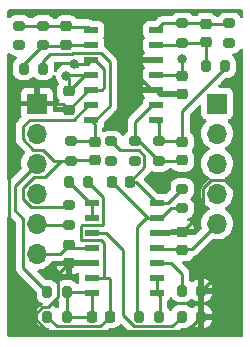
<source format=gtl>
G04 #@! TF.GenerationSoftware,KiCad,Pcbnew,7.0.9*
G04 #@! TF.CreationDate,2023-12-12T21:55:39+01:00*
G04 #@! TF.ProjectId,Leveller,4c657665-6c6c-4657-922e-6b696361645f,rev?*
G04 #@! TF.SameCoordinates,Original*
G04 #@! TF.FileFunction,Copper,L1,Top*
G04 #@! TF.FilePolarity,Positive*
%FSLAX46Y46*%
G04 Gerber Fmt 4.6, Leading zero omitted, Abs format (unit mm)*
G04 Created by KiCad (PCBNEW 7.0.9) date 2023-12-12 21:55:39*
%MOMM*%
%LPD*%
G01*
G04 APERTURE LIST*
G04 Aperture macros list*
%AMRoundRect*
0 Rectangle with rounded corners*
0 $1 Rounding radius*
0 $2 $3 $4 $5 $6 $7 $8 $9 X,Y pos of 4 corners*
0 Add a 4 corners polygon primitive as box body*
4,1,4,$2,$3,$4,$5,$6,$7,$8,$9,$2,$3,0*
0 Add four circle primitives for the rounded corners*
1,1,$1+$1,$2,$3*
1,1,$1+$1,$4,$5*
1,1,$1+$1,$6,$7*
1,1,$1+$1,$8,$9*
0 Add four rect primitives between the rounded corners*
20,1,$1+$1,$2,$3,$4,$5,0*
20,1,$1+$1,$4,$5,$6,$7,0*
20,1,$1+$1,$6,$7,$8,$9,0*
20,1,$1+$1,$8,$9,$2,$3,0*%
G04 Aperture macros list end*
G04 #@! TA.AperFunction,SMDPad,CuDef*
%ADD10R,1.198880X0.497840*%
G04 #@! TD*
G04 #@! TA.AperFunction,SMDPad,CuDef*
%ADD11RoundRect,0.225000X-0.250000X0.225000X-0.250000X-0.225000X0.250000X-0.225000X0.250000X0.225000X0*%
G04 #@! TD*
G04 #@! TA.AperFunction,SMDPad,CuDef*
%ADD12RoundRect,0.200000X0.200000X0.275000X-0.200000X0.275000X-0.200000X-0.275000X0.200000X-0.275000X0*%
G04 #@! TD*
G04 #@! TA.AperFunction,SMDPad,CuDef*
%ADD13RoundRect,0.200000X-0.200000X-0.275000X0.200000X-0.275000X0.200000X0.275000X-0.200000X0.275000X0*%
G04 #@! TD*
G04 #@! TA.AperFunction,SMDPad,CuDef*
%ADD14RoundRect,0.200000X0.275000X-0.200000X0.275000X0.200000X-0.275000X0.200000X-0.275000X-0.200000X0*%
G04 #@! TD*
G04 #@! TA.AperFunction,ComponentPad*
%ADD15R,1.700000X1.700000*%
G04 #@! TD*
G04 #@! TA.AperFunction,ComponentPad*
%ADD16O,1.700000X1.700000*%
G04 #@! TD*
G04 #@! TA.AperFunction,SMDPad,CuDef*
%ADD17RoundRect,0.200000X-0.275000X0.200000X-0.275000X-0.200000X0.275000X-0.200000X0.275000X0.200000X0*%
G04 #@! TD*
G04 #@! TA.AperFunction,SMDPad,CuDef*
%ADD18RoundRect,0.225000X0.225000X0.250000X-0.225000X0.250000X-0.225000X-0.250000X0.225000X-0.250000X0*%
G04 #@! TD*
G04 #@! TA.AperFunction,SMDPad,CuDef*
%ADD19RoundRect,0.225000X0.250000X-0.225000X0.250000X0.225000X-0.250000X0.225000X-0.250000X-0.225000X0*%
G04 #@! TD*
G04 #@! TA.AperFunction,SMDPad,CuDef*
%ADD20RoundRect,0.225000X-0.225000X-0.250000X0.225000X-0.250000X0.225000X0.250000X-0.225000X0.250000X0*%
G04 #@! TD*
G04 #@! TA.AperFunction,ViaPad*
%ADD21C,0.800000*%
G04 #@! TD*
G04 #@! TA.AperFunction,Conductor*
%ADD22C,0.250000*%
G04 #@! TD*
G04 #@! TA.AperFunction,Conductor*
%ADD23C,0.500000*%
G04 #@! TD*
G04 APERTURE END LIST*
D10*
X45221560Y-37070000D03*
X45221560Y-35800000D03*
X45221560Y-34530000D03*
X45221560Y-33260000D03*
X45221560Y-31990000D03*
X45221560Y-30720000D03*
X45221560Y-29450000D03*
X39725000Y-29450000D03*
X39725000Y-30720000D03*
X39725000Y-31990000D03*
X39725000Y-33260000D03*
X39725000Y-34530000D03*
X39725000Y-35800000D03*
X39725000Y-37070000D03*
D11*
X40025000Y-38925000D03*
X40025000Y-40475000D03*
D12*
X45450000Y-53700000D03*
X43800000Y-53700000D03*
D13*
X49400000Y-32500000D03*
X51050000Y-32500000D03*
D11*
X37625000Y-29125000D03*
X37625000Y-30675000D03*
D14*
X33625000Y-30725000D03*
X33625000Y-29075000D03*
D11*
X37825000Y-34625000D03*
X37825000Y-36175000D03*
X37825000Y-47625000D03*
X37825000Y-49175000D03*
D14*
X45425000Y-40525000D03*
X45425000Y-38875000D03*
X51425000Y-30525000D03*
X51425000Y-28875000D03*
D15*
X50380000Y-35660000D03*
D16*
X50380000Y-38200000D03*
X50380000Y-40740000D03*
X50380000Y-43280000D03*
X50380000Y-45820000D03*
D17*
X47425000Y-28875000D03*
X47425000Y-30525000D03*
D12*
X37650000Y-51600000D03*
X36000000Y-51600000D03*
D13*
X37800000Y-42300000D03*
X39450000Y-42300000D03*
D18*
X41300000Y-53700000D03*
X39750000Y-53700000D03*
D19*
X47425000Y-40475000D03*
X47425000Y-38925000D03*
D20*
X41450000Y-42300000D03*
X43000000Y-42300000D03*
D17*
X41425000Y-38875000D03*
X41425000Y-40525000D03*
X35625000Y-29075000D03*
X35625000Y-30725000D03*
D13*
X47400000Y-51500000D03*
X49050000Y-51500000D03*
X47400000Y-53700000D03*
X49050000Y-53700000D03*
D11*
X49425000Y-28925000D03*
X49425000Y-30475000D03*
D15*
X35140000Y-35660000D03*
D16*
X35140000Y-38200000D03*
X35140000Y-40740000D03*
X35140000Y-43280000D03*
X35140000Y-45820000D03*
X35140000Y-48360000D03*
D19*
X47425000Y-34875000D03*
X47425000Y-33325000D03*
D13*
X36000000Y-53700000D03*
X37650000Y-53700000D03*
D17*
X38025000Y-38875000D03*
X38025000Y-40525000D03*
D14*
X47425000Y-44525000D03*
X47425000Y-42875000D03*
D13*
X34000000Y-32700000D03*
X35650000Y-32700000D03*
D17*
X43425000Y-38875000D03*
X43425000Y-40525000D03*
D10*
X45273280Y-51710000D03*
X45273280Y-50440000D03*
X45273280Y-49170000D03*
X45273280Y-47900000D03*
X45273280Y-46630000D03*
X45273280Y-45360000D03*
X45273280Y-44090000D03*
X39776720Y-44090000D03*
X39776720Y-45360000D03*
X39776720Y-46630000D03*
X39776720Y-47900000D03*
X39776720Y-49170000D03*
X39776720Y-50440000D03*
X39776720Y-51710000D03*
D11*
X47425000Y-46525000D03*
X47425000Y-48075000D03*
D17*
X37825000Y-44275000D03*
X37825000Y-45925000D03*
D21*
X38225000Y-32300000D03*
X42425000Y-30100000D03*
X50225000Y-50300000D03*
X47425000Y-31900000D03*
X37625000Y-33300000D03*
D22*
X40075520Y-31990000D02*
X40825000Y-32739480D01*
X42500000Y-32158960D02*
X44871040Y-34530000D01*
X49205000Y-44745000D02*
X49205000Y-42793299D01*
X49050000Y-51500000D02*
X49050000Y-53700000D01*
X52005000Y-48545000D02*
X50250000Y-50300000D01*
X40825000Y-34300000D02*
X40595000Y-34530000D01*
X37825000Y-49175000D02*
X36925000Y-50075000D01*
X35025000Y-53948004D02*
X36026996Y-54950000D01*
X50225000Y-50325000D02*
X49050000Y-51500000D01*
X42425000Y-30100000D02*
X42382974Y-30057974D01*
X37825000Y-49175000D02*
X39771720Y-49175000D01*
X40595000Y-34530000D02*
X39725000Y-34530000D01*
X44871040Y-31990000D02*
X42500000Y-31990000D01*
X40825000Y-32739480D02*
X40825000Y-34300000D01*
X50250000Y-50300000D02*
X50225000Y-50300000D01*
X32950000Y-35650000D02*
X35130000Y-35650000D01*
X39415000Y-32300000D02*
X39725000Y-31990000D01*
X38225000Y-32300000D02*
X39415000Y-32300000D01*
X32775000Y-51201996D02*
X32775000Y-35825000D01*
X35025000Y-53451996D02*
X32775000Y-51201996D01*
X35576996Y-52900000D02*
X35025000Y-53451996D01*
X52005000Y-43080000D02*
X52005000Y-48545000D01*
X49205000Y-42793299D02*
X49893299Y-42105000D01*
X49893299Y-42105000D02*
X51030000Y-42105000D01*
X38225000Y-32300000D02*
X38425000Y-32100000D01*
D23*
X47425000Y-34875000D02*
X45566560Y-34875000D01*
D22*
X36925000Y-50075000D02*
X36925000Y-52000000D01*
X47800000Y-54950000D02*
X49050000Y-53700000D01*
X51030000Y-42105000D02*
X52005000Y-43080000D01*
X35140000Y-35660000D02*
X37310000Y-35660000D01*
X50225000Y-50300000D02*
X50225000Y-50325000D01*
X36026996Y-54950000D02*
X47800000Y-54950000D01*
X32775000Y-35825000D02*
X32950000Y-35650000D01*
X42425000Y-31915000D02*
X42425000Y-30100000D01*
X36925000Y-52000000D02*
X36025000Y-52900000D01*
X36025000Y-52900000D02*
X35576996Y-52900000D01*
X42500000Y-31990000D02*
X42500000Y-32158960D01*
X47425000Y-46525000D02*
X49205000Y-44745000D01*
X45273280Y-46630000D02*
X47320000Y-46630000D01*
X37825000Y-36175000D02*
X39470000Y-34530000D01*
X45566560Y-34875000D02*
X45221560Y-34530000D01*
X35025000Y-53451996D02*
X35025000Y-53948004D01*
X42500000Y-31990000D02*
X42425000Y-31915000D01*
X37310000Y-35660000D02*
X37825000Y-36175000D01*
X47525000Y-47975000D02*
X48225000Y-47975000D01*
X47525000Y-47975000D02*
X45348280Y-47975000D01*
X48225000Y-47975000D02*
X50380000Y-45820000D01*
X45221560Y-33260000D02*
X47360000Y-33260000D01*
X47425000Y-33325000D02*
X47425000Y-31900000D01*
X37825000Y-34625000D02*
X37825000Y-33500000D01*
X37665000Y-33260000D02*
X39725000Y-33260000D01*
X35140000Y-48360000D02*
X37090000Y-48360000D01*
X37825000Y-34625000D02*
X39190000Y-33260000D01*
X37090000Y-48360000D02*
X37825000Y-47625000D01*
X37625000Y-33300000D02*
X37665000Y-33260000D01*
X37825000Y-33500000D02*
X37625000Y-33300000D01*
X39190000Y-33260000D02*
X39725000Y-33260000D01*
X38100000Y-47900000D02*
X39776720Y-47900000D01*
X46458800Y-44525000D02*
X47425000Y-44525000D01*
X44365000Y-45360000D02*
X44922760Y-45360000D01*
X43625000Y-46100000D02*
X44365000Y-45360000D01*
X43625000Y-53150000D02*
X43625000Y-46100000D01*
X44510000Y-45360000D02*
X45273280Y-45360000D01*
X41450000Y-42300000D02*
X44510000Y-45360000D01*
X45623800Y-45360000D02*
X46458800Y-44525000D01*
X43000000Y-42300000D02*
X43483280Y-42300000D01*
X45273280Y-44090000D02*
X46210000Y-44090000D01*
X44225000Y-40100000D02*
X43725000Y-39600000D01*
X42150000Y-39600000D02*
X41425000Y-38875000D01*
X44225000Y-41075000D02*
X44225000Y-40100000D01*
X46210000Y-44090000D02*
X47425000Y-42875000D01*
X43000000Y-42300000D02*
X44225000Y-41075000D01*
X43725000Y-39600000D02*
X42150000Y-39600000D01*
X43483280Y-42300000D02*
X45273280Y-44090000D01*
X36800000Y-54500000D02*
X40500000Y-54500000D01*
X40500000Y-54500000D02*
X41300000Y-53700000D01*
X38852280Y-46056080D02*
X38852280Y-47203920D01*
X38974440Y-45933920D02*
X38852280Y-46056080D01*
X40701160Y-43551160D02*
X40701160Y-45933920D01*
X40825000Y-47449920D02*
X40825000Y-50440000D01*
X41265000Y-50440000D02*
X41325000Y-50500000D01*
X38852280Y-47203920D02*
X40579000Y-47203920D01*
X36000000Y-53700000D02*
X36800000Y-54500000D01*
X40701160Y-45933920D02*
X38974440Y-45933920D01*
X40825000Y-50440000D02*
X41265000Y-50440000D01*
X39450000Y-42300000D02*
X40701160Y-43551160D01*
X39776720Y-50440000D02*
X40825000Y-50440000D01*
X41325000Y-50500000D02*
X41325000Y-53675000D01*
X40579000Y-47203920D02*
X40825000Y-47449920D01*
X37650000Y-53700000D02*
X39750000Y-53700000D01*
X37650000Y-53700000D02*
X37650000Y-51600000D01*
X39750000Y-53700000D02*
X39750000Y-51736720D01*
X37650000Y-51600000D02*
X39666720Y-51600000D01*
X39776720Y-53173280D02*
X39776720Y-51710000D01*
X39775000Y-53175000D02*
X39776720Y-53173280D01*
X45273280Y-50440000D02*
X45273280Y-51710000D01*
X45525000Y-53400000D02*
X45525000Y-51961720D01*
X45525000Y-51961720D02*
X45273280Y-51710000D01*
X39590000Y-44090000D02*
X37800000Y-42300000D01*
X39776720Y-44090000D02*
X39776720Y-45360000D01*
X45425000Y-40525000D02*
X47375000Y-40525000D01*
X43425000Y-38875000D02*
X43425000Y-37246040D01*
X43425000Y-37246040D02*
X44871040Y-35800000D01*
X43775000Y-38875000D02*
X45425000Y-40525000D01*
X47425000Y-38925000D02*
X47425000Y-36285000D01*
X45425000Y-37273440D02*
X45221560Y-37070000D01*
X45425000Y-38875000D02*
X45425000Y-37273440D01*
X47425000Y-36285000D02*
X51050000Y-32660000D01*
X45425000Y-38875000D02*
X47375000Y-38875000D01*
X45221560Y-29450000D02*
X45796560Y-28875000D01*
X47425000Y-28875000D02*
X49375000Y-28875000D01*
X49425000Y-28925000D02*
X51375000Y-28925000D01*
X45796560Y-28875000D02*
X47425000Y-28875000D01*
X47425000Y-30525000D02*
X49375000Y-30525000D01*
X45221560Y-30720000D02*
X47230000Y-30720000D01*
X49400000Y-32500000D02*
X49400000Y-30500000D01*
X35625000Y-29120000D02*
X37575000Y-29120000D01*
X39445000Y-29170000D02*
X39725000Y-29450000D01*
X37625000Y-29170000D02*
X39445000Y-29170000D01*
X33625000Y-29075000D02*
X35625000Y-29075000D01*
X34000000Y-32350000D02*
X35625000Y-30725000D01*
X37625000Y-30720000D02*
X39725000Y-30720000D01*
X35625000Y-30770000D02*
X37575000Y-30770000D01*
X41275000Y-32150000D02*
X41275000Y-35850000D01*
X38059052Y-31500000D02*
X38142972Y-31416080D01*
X41275000Y-35850000D02*
X40055000Y-37070000D01*
X36225000Y-31500000D02*
X38059052Y-31500000D01*
X35650000Y-32700000D02*
X35650000Y-32075000D01*
X38025000Y-38875000D02*
X39975000Y-38875000D01*
X35650000Y-32075000D02*
X36225000Y-31500000D01*
X38142972Y-31416080D02*
X40541080Y-31416080D01*
X40025000Y-37370000D02*
X39725000Y-37070000D01*
X40025000Y-38925000D02*
X40025000Y-37370000D01*
X40541080Y-31416080D02*
X41275000Y-32150000D01*
X34825000Y-39565000D02*
X35626701Y-39565000D01*
X33965000Y-42793299D02*
X34843299Y-41915000D01*
X40025000Y-40475000D02*
X38075000Y-40475000D01*
X34653299Y-44455000D02*
X33965000Y-43766701D01*
X38234052Y-37025000D02*
X34500000Y-37025000D01*
X36586701Y-40525000D02*
X38025000Y-40525000D01*
X35810000Y-41915000D02*
X37200000Y-40525000D01*
X33965000Y-38705000D02*
X34825000Y-39565000D01*
X33965000Y-37560000D02*
X33965000Y-38705000D01*
X34500000Y-37025000D02*
X33965000Y-37560000D01*
X37645000Y-44455000D02*
X34653299Y-44455000D01*
X35626701Y-39565000D02*
X36586701Y-40525000D01*
X33965000Y-43766701D02*
X33965000Y-42793299D01*
X37200000Y-40525000D02*
X38025000Y-40525000D01*
X39374480Y-35884572D02*
X38234052Y-37025000D01*
X34843299Y-41915000D02*
X35810000Y-41915000D01*
X47400000Y-51500000D02*
X47400000Y-50075000D01*
X46495000Y-49170000D02*
X45273280Y-49170000D01*
X47400000Y-50075000D02*
X46495000Y-49170000D01*
X47400000Y-53700000D02*
X46600000Y-54500000D01*
X42425000Y-53550000D02*
X42425000Y-48100000D01*
X43375000Y-54500000D02*
X42425000Y-53550000D01*
X46600000Y-54500000D02*
X43375000Y-54500000D01*
X40955000Y-46630000D02*
X40127240Y-46630000D01*
X42425000Y-48100000D02*
X40955000Y-46630000D01*
X33225000Y-44700000D02*
X33225000Y-42655000D01*
X33965000Y-49565000D02*
X33965000Y-45440000D01*
X33965000Y-45440000D02*
X33225000Y-44700000D01*
X36000000Y-51600000D02*
X33965000Y-49565000D01*
X33225000Y-42655000D02*
X35140000Y-40740000D01*
X37825000Y-45925000D02*
X35245000Y-45925000D01*
G04 #@! TA.AperFunction,Conductor*
G36*
X52504099Y-31022706D02*
G01*
X52543473Y-31080425D01*
X52549500Y-31118613D01*
X52549500Y-55325500D01*
X52529815Y-55392539D01*
X52477011Y-55438294D01*
X52425500Y-55449500D01*
X32749000Y-55449500D01*
X32681961Y-55429815D01*
X32636206Y-55377011D01*
X32625000Y-55325500D01*
X32625000Y-45283952D01*
X32644685Y-45216913D01*
X32697489Y-45171158D01*
X32766647Y-45161214D01*
X32830203Y-45190239D01*
X32836681Y-45196271D01*
X33303181Y-45662771D01*
X33336666Y-45724094D01*
X33339500Y-45750452D01*
X33339500Y-49482255D01*
X33337775Y-49497872D01*
X33338061Y-49497899D01*
X33337326Y-49505665D01*
X33339500Y-49574814D01*
X33339500Y-49604343D01*
X33339501Y-49604360D01*
X33340368Y-49611231D01*
X33340826Y-49617050D01*
X33342290Y-49663624D01*
X33342291Y-49663627D01*
X33347880Y-49682867D01*
X33351824Y-49701911D01*
X33354336Y-49721792D01*
X33357066Y-49728687D01*
X33371490Y-49765119D01*
X33373382Y-49770647D01*
X33385970Y-49813974D01*
X33386382Y-49815390D01*
X33391834Y-49824610D01*
X33396580Y-49832634D01*
X33405138Y-49850103D01*
X33412514Y-49868732D01*
X33439898Y-49906423D01*
X33443106Y-49911307D01*
X33466827Y-49951416D01*
X33466833Y-49951424D01*
X33480990Y-49965580D01*
X33493628Y-49980376D01*
X33505405Y-49996586D01*
X33505406Y-49996587D01*
X33541309Y-50026288D01*
X33545620Y-50030210D01*
X34305220Y-50789810D01*
X35063181Y-51547771D01*
X35096666Y-51609094D01*
X35099500Y-51635452D01*
X35099500Y-51931613D01*
X35105913Y-52002192D01*
X35105913Y-52002194D01*
X35105914Y-52002196D01*
X35156522Y-52164606D01*
X35238272Y-52299837D01*
X35244530Y-52310188D01*
X35364811Y-52430469D01*
X35364813Y-52430470D01*
X35364815Y-52430472D01*
X35510394Y-52518478D01*
X35510397Y-52518479D01*
X35510396Y-52518479D01*
X35552551Y-52531615D01*
X35610699Y-52570352D01*
X35638673Y-52634377D01*
X35627591Y-52703363D01*
X35580973Y-52755406D01*
X35552551Y-52768385D01*
X35510397Y-52781520D01*
X35364811Y-52869530D01*
X35244530Y-52989811D01*
X35156522Y-53135393D01*
X35105913Y-53297807D01*
X35099500Y-53368386D01*
X35099500Y-54031613D01*
X35105913Y-54102192D01*
X35105913Y-54102194D01*
X35105914Y-54102196D01*
X35156522Y-54264606D01*
X35238058Y-54399483D01*
X35244530Y-54410188D01*
X35364811Y-54530469D01*
X35364813Y-54530470D01*
X35364815Y-54530472D01*
X35510394Y-54618478D01*
X35672804Y-54669086D01*
X35743384Y-54675500D01*
X36039547Y-54675500D01*
X36106586Y-54695185D01*
X36127228Y-54711819D01*
X36299197Y-54883788D01*
X36309022Y-54896051D01*
X36309243Y-54895869D01*
X36314214Y-54901878D01*
X36335043Y-54921437D01*
X36364635Y-54949226D01*
X36385529Y-54970120D01*
X36391011Y-54974373D01*
X36395443Y-54978157D01*
X36429418Y-55010062D01*
X36446976Y-55019714D01*
X36463233Y-55030393D01*
X36479064Y-55042673D01*
X36498737Y-55051186D01*
X36521833Y-55061182D01*
X36527077Y-55063750D01*
X36567908Y-55086197D01*
X36580523Y-55089435D01*
X36587305Y-55091177D01*
X36605719Y-55097481D01*
X36624104Y-55105438D01*
X36670157Y-55112732D01*
X36675826Y-55113906D01*
X36720981Y-55125500D01*
X36741016Y-55125500D01*
X36760413Y-55127026D01*
X36780196Y-55130160D01*
X36826584Y-55125775D01*
X36832422Y-55125500D01*
X40417257Y-55125500D01*
X40432877Y-55127224D01*
X40432904Y-55126939D01*
X40440660Y-55127671D01*
X40440667Y-55127673D01*
X40509814Y-55125500D01*
X40539350Y-55125500D01*
X40546228Y-55124630D01*
X40552041Y-55124172D01*
X40598627Y-55122709D01*
X40617869Y-55117117D01*
X40636912Y-55113174D01*
X40656792Y-55110664D01*
X40700122Y-55093507D01*
X40705646Y-55091617D01*
X40709396Y-55090527D01*
X40750390Y-55078618D01*
X40767629Y-55068422D01*
X40785103Y-55059862D01*
X40803727Y-55052488D01*
X40803727Y-55052487D01*
X40803732Y-55052486D01*
X40841449Y-55025082D01*
X40846305Y-55021892D01*
X40886420Y-54998170D01*
X40900589Y-54983999D01*
X40915379Y-54971368D01*
X40931587Y-54959594D01*
X40961299Y-54923676D01*
X40965212Y-54919376D01*
X41172771Y-54711818D01*
X41234094Y-54678333D01*
X41260452Y-54675499D01*
X41573338Y-54675499D01*
X41573344Y-54675499D01*
X41573352Y-54675498D01*
X41573355Y-54675498D01*
X41640980Y-54668590D01*
X41672708Y-54665349D01*
X41833697Y-54612003D01*
X41978044Y-54522968D01*
X42097968Y-54403044D01*
X42128368Y-54353758D01*
X42180314Y-54307036D01*
X42249277Y-54295813D01*
X42313359Y-54323657D01*
X42321586Y-54331176D01*
X42874197Y-54883788D01*
X42884022Y-54896051D01*
X42884243Y-54895869D01*
X42889214Y-54901878D01*
X42910043Y-54921437D01*
X42939635Y-54949226D01*
X42960529Y-54970120D01*
X42966011Y-54974373D01*
X42970443Y-54978157D01*
X43004418Y-55010062D01*
X43021976Y-55019714D01*
X43038233Y-55030393D01*
X43054064Y-55042673D01*
X43073737Y-55051186D01*
X43096833Y-55061182D01*
X43102077Y-55063750D01*
X43142908Y-55086197D01*
X43155523Y-55089435D01*
X43162305Y-55091177D01*
X43180719Y-55097481D01*
X43199104Y-55105438D01*
X43245157Y-55112732D01*
X43250826Y-55113906D01*
X43295981Y-55125500D01*
X43316016Y-55125500D01*
X43335413Y-55127026D01*
X43355196Y-55130160D01*
X43401584Y-55125775D01*
X43407422Y-55125500D01*
X46517257Y-55125500D01*
X46532877Y-55127224D01*
X46532904Y-55126939D01*
X46540660Y-55127671D01*
X46540667Y-55127673D01*
X46609814Y-55125500D01*
X46639350Y-55125500D01*
X46646228Y-55124630D01*
X46652041Y-55124172D01*
X46698627Y-55122709D01*
X46717869Y-55117117D01*
X46736912Y-55113174D01*
X46756792Y-55110664D01*
X46800122Y-55093507D01*
X46805646Y-55091617D01*
X46809396Y-55090527D01*
X46850390Y-55078618D01*
X46867629Y-55068422D01*
X46885103Y-55059862D01*
X46903727Y-55052488D01*
X46903727Y-55052487D01*
X46903732Y-55052486D01*
X46941449Y-55025082D01*
X46946305Y-55021892D01*
X46986420Y-54998170D01*
X47000589Y-54983999D01*
X47015379Y-54971368D01*
X47031587Y-54959594D01*
X47061299Y-54923676D01*
X47065212Y-54919376D01*
X47272772Y-54711816D01*
X47334094Y-54678334D01*
X47360452Y-54675500D01*
X47656613Y-54675500D01*
X47656616Y-54675500D01*
X47727196Y-54669086D01*
X47889606Y-54618478D01*
X48035185Y-54530472D01*
X48137673Y-54427983D01*
X48198994Y-54394499D01*
X48268685Y-54399483D01*
X48313034Y-54427984D01*
X48415122Y-54530072D01*
X48560604Y-54618019D01*
X48560603Y-54618019D01*
X48722894Y-54668590D01*
X48722893Y-54668590D01*
X48793408Y-54674998D01*
X48793426Y-54674999D01*
X48799999Y-54674998D01*
X48800000Y-54674998D01*
X48800000Y-53950000D01*
X49300000Y-53950000D01*
X49300000Y-54674999D01*
X49306581Y-54674999D01*
X49377102Y-54668591D01*
X49377107Y-54668590D01*
X49539396Y-54618018D01*
X49684877Y-54530072D01*
X49805072Y-54409877D01*
X49893019Y-54264395D01*
X49943590Y-54102106D01*
X49950000Y-54031572D01*
X49950000Y-53950000D01*
X49300000Y-53950000D01*
X48800000Y-53950000D01*
X48800000Y-52725000D01*
X49300000Y-52725000D01*
X49300000Y-53450000D01*
X49949999Y-53450000D01*
X49949999Y-53368417D01*
X49943591Y-53297897D01*
X49943590Y-53297892D01*
X49893018Y-53135603D01*
X49805072Y-52990122D01*
X49684877Y-52869927D01*
X49539395Y-52781980D01*
X49539396Y-52781980D01*
X49377105Y-52731409D01*
X49377106Y-52731409D01*
X49306572Y-52725000D01*
X49300000Y-52725000D01*
X48800000Y-52725000D01*
X48799999Y-52724999D01*
X48793436Y-52725000D01*
X48793417Y-52725001D01*
X48722897Y-52731408D01*
X48722892Y-52731409D01*
X48560603Y-52781981D01*
X48415122Y-52869927D01*
X48415121Y-52869928D01*
X48313035Y-52972015D01*
X48251712Y-53005500D01*
X48182020Y-53000516D01*
X48137673Y-52972015D01*
X48035188Y-52869530D01*
X48025499Y-52863673D01*
X47889606Y-52781522D01*
X47727196Y-52730914D01*
X47727194Y-52730913D01*
X47727192Y-52730913D01*
X47677778Y-52726423D01*
X47656616Y-52724500D01*
X47143384Y-52724500D01*
X47124145Y-52726248D01*
X47072807Y-52730913D01*
X46910393Y-52781522D01*
X46764811Y-52869530D01*
X46644530Y-52989811D01*
X46556520Y-53135397D01*
X46543385Y-53177551D01*
X46504648Y-53235699D01*
X46440623Y-53263673D01*
X46371637Y-53252591D01*
X46319594Y-53205973D01*
X46306615Y-53177551D01*
X46293479Y-53135397D01*
X46293478Y-53135396D01*
X46293478Y-53135394D01*
X46205472Y-52989815D01*
X46205470Y-52989813D01*
X46205469Y-52989811D01*
X46186819Y-52971161D01*
X46153334Y-52909838D01*
X46150500Y-52883480D01*
X46150500Y-52438247D01*
X46170185Y-52371208D01*
X46200188Y-52338981D01*
X46230266Y-52316466D01*
X46316516Y-52201251D01*
X46317176Y-52199483D01*
X46349989Y-52111504D01*
X46391859Y-52055570D01*
X46457323Y-52031152D01*
X46525596Y-52046003D01*
X46572287Y-52090685D01*
X46638058Y-52199483D01*
X46644530Y-52210188D01*
X46764811Y-52330469D01*
X46764813Y-52330470D01*
X46764815Y-52330472D01*
X46910394Y-52418478D01*
X47072804Y-52469086D01*
X47143384Y-52475500D01*
X47143387Y-52475500D01*
X47656613Y-52475500D01*
X47656616Y-52475500D01*
X47727196Y-52469086D01*
X47889606Y-52418478D01*
X48035185Y-52330472D01*
X48137673Y-52227983D01*
X48198994Y-52194499D01*
X48268685Y-52199483D01*
X48313034Y-52227984D01*
X48415122Y-52330072D01*
X48560604Y-52418019D01*
X48560603Y-52418019D01*
X48722894Y-52468590D01*
X48722893Y-52468590D01*
X48793408Y-52474998D01*
X48793426Y-52474999D01*
X48799999Y-52474998D01*
X48800000Y-52474998D01*
X48800000Y-51750000D01*
X49300000Y-51750000D01*
X49300000Y-52474999D01*
X49306581Y-52474999D01*
X49377102Y-52468591D01*
X49377107Y-52468590D01*
X49539396Y-52418018D01*
X49684877Y-52330072D01*
X49805072Y-52209877D01*
X49893019Y-52064395D01*
X49943590Y-51902106D01*
X49950000Y-51831572D01*
X49950000Y-51750000D01*
X49300000Y-51750000D01*
X48800000Y-51750000D01*
X48800000Y-50525000D01*
X49300000Y-50525000D01*
X49300000Y-51250000D01*
X49949999Y-51250000D01*
X49949999Y-51168417D01*
X49943591Y-51097897D01*
X49943590Y-51097892D01*
X49893018Y-50935603D01*
X49805072Y-50790122D01*
X49684877Y-50669927D01*
X49539395Y-50581980D01*
X49539396Y-50581980D01*
X49377105Y-50531409D01*
X49377106Y-50531409D01*
X49306572Y-50525000D01*
X49300000Y-50525000D01*
X48800000Y-50525000D01*
X48799999Y-50524999D01*
X48793436Y-50525000D01*
X48793417Y-50525001D01*
X48722897Y-50531408D01*
X48722892Y-50531409D01*
X48560603Y-50581981D01*
X48415122Y-50669927D01*
X48415121Y-50669928D01*
X48313035Y-50772015D01*
X48251712Y-50805500D01*
X48182020Y-50800516D01*
X48137673Y-50772015D01*
X48061819Y-50696161D01*
X48028334Y-50634838D01*
X48025500Y-50608480D01*
X48025500Y-50157737D01*
X48027224Y-50142123D01*
X48026938Y-50142096D01*
X48027672Y-50134333D01*
X48025500Y-50065203D01*
X48025500Y-50035651D01*
X48025500Y-50035650D01*
X48024629Y-50028759D01*
X48024172Y-50022945D01*
X48022709Y-49976372D01*
X48017122Y-49957144D01*
X48013174Y-49938084D01*
X48012145Y-49929938D01*
X48010664Y-49918208D01*
X47993507Y-49874875D01*
X47991619Y-49869359D01*
X47978619Y-49824612D01*
X47968418Y-49807363D01*
X47959860Y-49789894D01*
X47952486Y-49771268D01*
X47952483Y-49771264D01*
X47952483Y-49771263D01*
X47925098Y-49733571D01*
X47921890Y-49728687D01*
X47898172Y-49688582D01*
X47898163Y-49688571D01*
X47884005Y-49674413D01*
X47871370Y-49659620D01*
X47859593Y-49643412D01*
X47823693Y-49613713D01*
X47819381Y-49609790D01*
X47446771Y-49237180D01*
X47413286Y-49175857D01*
X47418270Y-49106165D01*
X47460142Y-49050232D01*
X47525606Y-49025815D01*
X47534452Y-49025499D01*
X47723338Y-49025499D01*
X47723344Y-49025499D01*
X47723352Y-49025498D01*
X47723355Y-49025498D01*
X47777760Y-49019940D01*
X47822708Y-49015349D01*
X47983697Y-48962003D01*
X48128044Y-48872968D01*
X48247968Y-48753044D01*
X48319716Y-48636724D01*
X48371664Y-48589999D01*
X48379606Y-48586529D01*
X48381790Y-48585664D01*
X48381792Y-48585664D01*
X48425117Y-48568510D01*
X48430647Y-48566617D01*
X48445581Y-48562278D01*
X48475390Y-48553618D01*
X48492629Y-48543422D01*
X48510103Y-48534862D01*
X48528727Y-48527488D01*
X48528727Y-48527487D01*
X48528732Y-48527486D01*
X48566449Y-48500082D01*
X48571305Y-48496892D01*
X48611420Y-48473170D01*
X48625589Y-48458999D01*
X48640379Y-48446368D01*
X48656587Y-48434594D01*
X48686299Y-48398676D01*
X48690212Y-48394376D01*
X49924353Y-47160235D01*
X49985674Y-47126752D01*
X50044125Y-47128143D01*
X50068414Y-47134651D01*
X50144592Y-47155063D01*
X50332918Y-47171539D01*
X50379999Y-47175659D01*
X50380000Y-47175659D01*
X50380001Y-47175659D01*
X50419234Y-47172226D01*
X50615408Y-47155063D01*
X50843663Y-47093903D01*
X51057830Y-46994035D01*
X51251401Y-46858495D01*
X51418495Y-46691401D01*
X51554035Y-46497830D01*
X51653903Y-46283663D01*
X51715063Y-46055408D01*
X51735659Y-45820000D01*
X51715063Y-45584592D01*
X51653903Y-45356337D01*
X51554035Y-45142171D01*
X51485153Y-45043796D01*
X51418494Y-44948597D01*
X51251402Y-44781506D01*
X51251396Y-44781501D01*
X51065842Y-44651575D01*
X51022217Y-44596998D01*
X51015023Y-44527500D01*
X51046546Y-44465145D01*
X51065842Y-44448425D01*
X51088026Y-44432891D01*
X51251401Y-44318495D01*
X51418495Y-44151401D01*
X51554035Y-43957830D01*
X51653903Y-43743663D01*
X51715063Y-43515408D01*
X51735659Y-43280000D01*
X51715063Y-43044592D01*
X51653903Y-42816337D01*
X51554035Y-42602171D01*
X51428515Y-42422908D01*
X51418494Y-42408597D01*
X51251402Y-42241506D01*
X51251396Y-42241501D01*
X51065842Y-42111575D01*
X51022217Y-42056998D01*
X51015023Y-41987500D01*
X51046546Y-41925145D01*
X51065842Y-41908425D01*
X51112548Y-41875721D01*
X51251401Y-41778495D01*
X51418495Y-41611401D01*
X51554035Y-41417830D01*
X51653903Y-41203663D01*
X51715063Y-40975408D01*
X51735659Y-40740000D01*
X51715063Y-40504592D01*
X51653903Y-40276337D01*
X51554035Y-40062171D01*
X51469397Y-39941294D01*
X51418494Y-39868597D01*
X51251402Y-39701506D01*
X51251396Y-39701501D01*
X51065842Y-39571575D01*
X51022217Y-39516998D01*
X51015023Y-39447500D01*
X51046546Y-39385145D01*
X51065842Y-39368425D01*
X51088026Y-39352891D01*
X51251401Y-39238495D01*
X51418495Y-39071401D01*
X51554035Y-38877830D01*
X51653903Y-38663663D01*
X51715063Y-38435408D01*
X51735659Y-38200000D01*
X51715063Y-37964592D01*
X51653903Y-37736337D01*
X51554035Y-37522171D01*
X51552805Y-37520415D01*
X51418496Y-37328600D01*
X51362519Y-37272623D01*
X51296567Y-37206671D01*
X51263084Y-37145351D01*
X51268068Y-37075659D01*
X51309939Y-37019725D01*
X51340915Y-37002810D01*
X51472331Y-36953796D01*
X51587546Y-36867546D01*
X51673796Y-36752331D01*
X51724091Y-36617483D01*
X51730500Y-36557873D01*
X51730499Y-34762128D01*
X51724091Y-34702517D01*
X51706338Y-34654920D01*
X51673797Y-34567671D01*
X51673793Y-34567664D01*
X51587547Y-34452455D01*
X51587544Y-34452452D01*
X51472335Y-34366206D01*
X51472328Y-34366202D01*
X51337482Y-34315908D01*
X51337483Y-34315908D01*
X51277883Y-34309501D01*
X51277881Y-34309500D01*
X51277873Y-34309500D01*
X51277865Y-34309500D01*
X50584452Y-34309500D01*
X50517413Y-34289815D01*
X50471658Y-34237011D01*
X50461714Y-34167853D01*
X50490739Y-34104297D01*
X50496771Y-34097819D01*
X50703806Y-33890785D01*
X51082772Y-33511819D01*
X51144095Y-33478334D01*
X51170453Y-33475500D01*
X51306613Y-33475500D01*
X51306616Y-33475500D01*
X51377196Y-33469086D01*
X51539606Y-33418478D01*
X51685185Y-33330472D01*
X51805472Y-33210185D01*
X51893478Y-33064606D01*
X51944086Y-32902196D01*
X51950500Y-32831616D01*
X51950500Y-32168384D01*
X51944086Y-32097804D01*
X51893478Y-31935394D01*
X51805472Y-31789815D01*
X51805470Y-31789813D01*
X51805469Y-31789811D01*
X51685189Y-31669531D01*
X51685185Y-31669528D01*
X51662172Y-31655616D01*
X51614985Y-31604088D01*
X51603147Y-31535229D01*
X51630416Y-31470900D01*
X51688135Y-31431527D01*
X51726323Y-31425500D01*
X51756613Y-31425500D01*
X51756616Y-31425500D01*
X51827196Y-31419086D01*
X51989606Y-31368478D01*
X52135185Y-31280472D01*
X52255472Y-31160185D01*
X52319384Y-31054462D01*
X52370911Y-31007275D01*
X52439771Y-30995437D01*
X52504099Y-31022706D01*
G37*
G04 #@! TD.AperFunction*
G04 #@! TA.AperFunction,Conductor*
G36*
X36868333Y-52299837D02*
G01*
X36912681Y-52328338D01*
X36988181Y-52403838D01*
X37021666Y-52465161D01*
X37024500Y-52491519D01*
X37024500Y-52808480D01*
X37004815Y-52875519D01*
X36988181Y-52896161D01*
X36912681Y-52971661D01*
X36851358Y-53005146D01*
X36781666Y-53000162D01*
X36737319Y-52971661D01*
X36635188Y-52869530D01*
X36628575Y-52865532D01*
X36489606Y-52781522D01*
X36447447Y-52768385D01*
X36389300Y-52729648D01*
X36361326Y-52665623D01*
X36372407Y-52596638D01*
X36419026Y-52544595D01*
X36447446Y-52531615D01*
X36489606Y-52518478D01*
X36635185Y-52430472D01*
X36737320Y-52328336D01*
X36798641Y-52294853D01*
X36868333Y-52299837D01*
G37*
G04 #@! TD.AperFunction*
G04 #@! TA.AperFunction,Conductor*
G36*
X39968679Y-48940765D02*
G01*
X40014434Y-48993569D01*
X40025640Y-49045080D01*
X40025640Y-49294920D01*
X40005955Y-49361959D01*
X39953151Y-49407714D01*
X39901640Y-49418920D01*
X38814861Y-49418920D01*
X38808916Y-49422166D01*
X38782558Y-49425000D01*
X38075000Y-49425000D01*
X38075000Y-50124999D01*
X38123308Y-50124999D01*
X38123322Y-50124998D01*
X38222607Y-50114855D01*
X38383481Y-50061547D01*
X38383488Y-50061544D01*
X38491568Y-49994879D01*
X38558961Y-49976438D01*
X38625624Y-49997360D01*
X38670394Y-50051002D01*
X38679955Y-50113669D01*
X38676780Y-50143207D01*
X38676780Y-50143212D01*
X38676780Y-50143213D01*
X38676780Y-50736790D01*
X38676781Y-50736796D01*
X38683189Y-50796404D01*
X38687204Y-50807170D01*
X38692186Y-50876862D01*
X38658700Y-50938184D01*
X38597376Y-50971667D01*
X38571021Y-50974500D01*
X38526602Y-50974500D01*
X38459563Y-50954815D01*
X38420486Y-50914651D01*
X38405471Y-50889814D01*
X38405468Y-50889810D01*
X38285188Y-50769530D01*
X38231046Y-50736800D01*
X38139606Y-50681522D01*
X37977196Y-50630914D01*
X37977194Y-50630913D01*
X37977192Y-50630913D01*
X37927778Y-50626423D01*
X37906616Y-50624500D01*
X37393384Y-50624500D01*
X37374145Y-50626248D01*
X37322807Y-50630913D01*
X37160393Y-50681522D01*
X37014811Y-50769530D01*
X37014810Y-50769531D01*
X36912681Y-50871661D01*
X36851358Y-50905146D01*
X36781666Y-50900162D01*
X36737319Y-50871661D01*
X36635188Y-50769530D01*
X36581046Y-50736800D01*
X36489606Y-50681522D01*
X36327196Y-50630914D01*
X36327194Y-50630913D01*
X36327192Y-50630913D01*
X36277778Y-50626423D01*
X36256616Y-50624500D01*
X36256613Y-50624500D01*
X35960452Y-50624500D01*
X35893413Y-50604815D01*
X35872771Y-50588181D01*
X35199525Y-49914934D01*
X35166040Y-49853611D01*
X35171024Y-49783919D01*
X35212896Y-49727986D01*
X35276397Y-49703725D01*
X35375408Y-49695063D01*
X35603663Y-49633903D01*
X35817830Y-49534035D01*
X35973548Y-49425000D01*
X36850001Y-49425000D01*
X36850001Y-49448322D01*
X36860144Y-49547607D01*
X36913452Y-49708481D01*
X36913457Y-49708492D01*
X37002424Y-49852728D01*
X37002427Y-49852732D01*
X37122267Y-49972572D01*
X37122271Y-49972575D01*
X37266507Y-50061542D01*
X37266518Y-50061547D01*
X37427393Y-50114855D01*
X37526683Y-50124999D01*
X37574999Y-50124998D01*
X37575000Y-50124998D01*
X37575000Y-49425000D01*
X36850001Y-49425000D01*
X35973548Y-49425000D01*
X36011401Y-49398495D01*
X36178495Y-49231401D01*
X36313652Y-49038377D01*
X36368229Y-48994752D01*
X36415227Y-48985500D01*
X37007257Y-48985500D01*
X37022877Y-48987224D01*
X37022904Y-48986939D01*
X37030660Y-48987671D01*
X37030667Y-48987673D01*
X37099814Y-48985500D01*
X37129350Y-48985500D01*
X37136228Y-48984630D01*
X37142041Y-48984172D01*
X37188627Y-48982709D01*
X37207869Y-48977117D01*
X37226912Y-48973174D01*
X37246792Y-48970664D01*
X37290122Y-48953507D01*
X37295646Y-48951617D01*
X37298080Y-48950909D01*
X37340390Y-48938618D01*
X37340394Y-48938615D01*
X37347552Y-48935519D01*
X37348750Y-48938288D01*
X37397340Y-48925000D01*
X38664215Y-48925000D01*
X38666204Y-48923914D01*
X38692562Y-48921080D01*
X39901640Y-48921080D01*
X39968679Y-48940765D01*
G37*
G04 #@! TD.AperFunction*
G04 #@! TA.AperFunction,Conductor*
G36*
X48948833Y-35748268D02*
G01*
X49004767Y-35790140D01*
X49029184Y-35855604D01*
X49029500Y-35864450D01*
X49029500Y-36557870D01*
X49029501Y-36557876D01*
X49035908Y-36617483D01*
X49086202Y-36752328D01*
X49086206Y-36752335D01*
X49172452Y-36867544D01*
X49172455Y-36867547D01*
X49287664Y-36953793D01*
X49287671Y-36953797D01*
X49419081Y-37002810D01*
X49475015Y-37044681D01*
X49499432Y-37110145D01*
X49484580Y-37178418D01*
X49463430Y-37206673D01*
X49341503Y-37328600D01*
X49205965Y-37522169D01*
X49205964Y-37522171D01*
X49106098Y-37736335D01*
X49106094Y-37736344D01*
X49044938Y-37964586D01*
X49044936Y-37964596D01*
X49024341Y-38199999D01*
X49024341Y-38200000D01*
X49044936Y-38435403D01*
X49044938Y-38435413D01*
X49106094Y-38663655D01*
X49106096Y-38663659D01*
X49106097Y-38663663D01*
X49180331Y-38822858D01*
X49205965Y-38877830D01*
X49205967Y-38877834D01*
X49341501Y-39071395D01*
X49341506Y-39071402D01*
X49508597Y-39238493D01*
X49508603Y-39238498D01*
X49694158Y-39368425D01*
X49737783Y-39423002D01*
X49744977Y-39492500D01*
X49713454Y-39554855D01*
X49694158Y-39571575D01*
X49508597Y-39701505D01*
X49341505Y-39868597D01*
X49205965Y-40062169D01*
X49205964Y-40062171D01*
X49106098Y-40276335D01*
X49106094Y-40276344D01*
X49044938Y-40504586D01*
X49044936Y-40504596D01*
X49024341Y-40739999D01*
X49024341Y-40740000D01*
X49044936Y-40975403D01*
X49044938Y-40975413D01*
X49106094Y-41203655D01*
X49106096Y-41203659D01*
X49106097Y-41203663D01*
X49195756Y-41395936D01*
X49205965Y-41417830D01*
X49205967Y-41417834D01*
X49306060Y-41560780D01*
X49331390Y-41596956D01*
X49341501Y-41611395D01*
X49341506Y-41611402D01*
X49508597Y-41778493D01*
X49508603Y-41778498D01*
X49694158Y-41908425D01*
X49737783Y-41963002D01*
X49744977Y-42032500D01*
X49713454Y-42094855D01*
X49694158Y-42111575D01*
X49508597Y-42241505D01*
X49341505Y-42408597D01*
X49205965Y-42602169D01*
X49205964Y-42602171D01*
X49106098Y-42816335D01*
X49106094Y-42816344D01*
X49044938Y-43044586D01*
X49044936Y-43044596D01*
X49024341Y-43279999D01*
X49024341Y-43280000D01*
X49044936Y-43515403D01*
X49044938Y-43515413D01*
X49106094Y-43743655D01*
X49106096Y-43743659D01*
X49106097Y-43743663D01*
X49174247Y-43889811D01*
X49205965Y-43957830D01*
X49205967Y-43957834D01*
X49341501Y-44151395D01*
X49341506Y-44151402D01*
X49508597Y-44318493D01*
X49508603Y-44318498D01*
X49694158Y-44448425D01*
X49737783Y-44503002D01*
X49744977Y-44572500D01*
X49713454Y-44634855D01*
X49694158Y-44651575D01*
X49508597Y-44781505D01*
X49341505Y-44948597D01*
X49205965Y-45142169D01*
X49205964Y-45142171D01*
X49106098Y-45356335D01*
X49106094Y-45356344D01*
X49044938Y-45584586D01*
X49044936Y-45584596D01*
X49024341Y-45819999D01*
X49024341Y-45820000D01*
X49044937Y-46055408D01*
X49071855Y-46155873D01*
X49070192Y-46225723D01*
X49039761Y-46275646D01*
X48557884Y-46757522D01*
X48496561Y-46791007D01*
X48426869Y-46786023D01*
X48409717Y-46775000D01*
X46450001Y-46775000D01*
X46441653Y-46783347D01*
X46430316Y-46821959D01*
X46377512Y-46867714D01*
X46326001Y-46878920D01*
X45148360Y-46878920D01*
X45081321Y-46859235D01*
X45035566Y-46806431D01*
X45024360Y-46754920D01*
X45024360Y-46505080D01*
X45044045Y-46438041D01*
X45096849Y-46392286D01*
X45148360Y-46381080D01*
X46372720Y-46381080D01*
X46380169Y-46373630D01*
X46392405Y-46331961D01*
X46445209Y-46286206D01*
X46496720Y-46275000D01*
X48399999Y-46275000D01*
X48399999Y-46251692D01*
X48399998Y-46251677D01*
X48389855Y-46152392D01*
X48336547Y-45991518D01*
X48336542Y-45991507D01*
X48247575Y-45847271D01*
X48247572Y-45847267D01*
X48127732Y-45727427D01*
X48127728Y-45727424D01*
X47983492Y-45638457D01*
X47983481Y-45638452D01*
X47932727Y-45621634D01*
X47875282Y-45581861D01*
X47848459Y-45517345D01*
X47860774Y-45448569D01*
X47908317Y-45397370D01*
X47934835Y-45385544D01*
X47989606Y-45368478D01*
X48135185Y-45280472D01*
X48255472Y-45160185D01*
X48343478Y-45014606D01*
X48394086Y-44852196D01*
X48400500Y-44781616D01*
X48400500Y-44268384D01*
X48394086Y-44197804D01*
X48343478Y-44035394D01*
X48255472Y-43889815D01*
X48255470Y-43889813D01*
X48255469Y-43889811D01*
X48153339Y-43787681D01*
X48119854Y-43726358D01*
X48124838Y-43656666D01*
X48153339Y-43612319D01*
X48255468Y-43510189D01*
X48255469Y-43510188D01*
X48255472Y-43510185D01*
X48343478Y-43364606D01*
X48394086Y-43202196D01*
X48400500Y-43131616D01*
X48400500Y-42618384D01*
X48394086Y-42547804D01*
X48343478Y-42385394D01*
X48255472Y-42239815D01*
X48255470Y-42239813D01*
X48255469Y-42239811D01*
X48135188Y-42119530D01*
X47989606Y-42031522D01*
X47918776Y-42009451D01*
X47827196Y-41980914D01*
X47827194Y-41980913D01*
X47827192Y-41980913D01*
X47777778Y-41976423D01*
X47756616Y-41974500D01*
X47093384Y-41974500D01*
X47074145Y-41976248D01*
X47022807Y-41980913D01*
X46860393Y-42031522D01*
X46714811Y-42119530D01*
X46594530Y-42239811D01*
X46506522Y-42385393D01*
X46455913Y-42547807D01*
X46449500Y-42618386D01*
X46449500Y-42914546D01*
X46429815Y-42981585D01*
X46413181Y-43002227D01*
X46100456Y-43314951D01*
X46039133Y-43348436D01*
X45984269Y-43347949D01*
X45980204Y-43346988D01*
X45920603Y-43340581D01*
X45920601Y-43340580D01*
X45920593Y-43340580D01*
X45920585Y-43340580D01*
X45459813Y-43340580D01*
X45392774Y-43320895D01*
X45372132Y-43304261D01*
X44213911Y-42146040D01*
X44180426Y-42084717D01*
X44185410Y-42015025D01*
X44213911Y-41970678D01*
X44406096Y-41778493D01*
X44608786Y-41575802D01*
X44621048Y-41565980D01*
X44620865Y-41565759D01*
X44626867Y-41560792D01*
X44626877Y-41560786D01*
X44674241Y-41510348D01*
X44695120Y-41489470D01*
X44699373Y-41483986D01*
X44703150Y-41479563D01*
X44735062Y-41445582D01*
X44740766Y-41435205D01*
X44790311Y-41385941D01*
X44858626Y-41371283D01*
X44886315Y-41376555D01*
X45022804Y-41419086D01*
X45093384Y-41425500D01*
X45093387Y-41425500D01*
X45756613Y-41425500D01*
X45756616Y-41425500D01*
X45827196Y-41419086D01*
X45989606Y-41368478D01*
X46135185Y-41280472D01*
X46142690Y-41272967D01*
X46228839Y-41186819D01*
X46290162Y-41153334D01*
X46316520Y-41150500D01*
X46548126Y-41150500D01*
X46615165Y-41170185D01*
X46635807Y-41186819D01*
X46721955Y-41272967D01*
X46721959Y-41272970D01*
X46866294Y-41361998D01*
X46866297Y-41361999D01*
X46866303Y-41362003D01*
X47027292Y-41415349D01*
X47126655Y-41425500D01*
X47723344Y-41425499D01*
X47723352Y-41425498D01*
X47723355Y-41425498D01*
X47786134Y-41419085D01*
X47822708Y-41415349D01*
X47983697Y-41362003D01*
X48128044Y-41272968D01*
X48247968Y-41153044D01*
X48337003Y-41008697D01*
X48390349Y-40847708D01*
X48400500Y-40748345D01*
X48400499Y-40201656D01*
X48390349Y-40102292D01*
X48337003Y-39941303D01*
X48336999Y-39941297D01*
X48336998Y-39941294D01*
X48247970Y-39796959D01*
X48247967Y-39796955D01*
X48238693Y-39787681D01*
X48205208Y-39726358D01*
X48210192Y-39656666D01*
X48238693Y-39612319D01*
X48238694Y-39612318D01*
X48247968Y-39603044D01*
X48337003Y-39458697D01*
X48390349Y-39297708D01*
X48400500Y-39198345D01*
X48400499Y-38651656D01*
X48397100Y-38618386D01*
X48390349Y-38552292D01*
X48390348Y-38552289D01*
X48351619Y-38435413D01*
X48337003Y-38391303D01*
X48336999Y-38391297D01*
X48336998Y-38391294D01*
X48247970Y-38246959D01*
X48247969Y-38246958D01*
X48247968Y-38246956D01*
X48128044Y-38127032D01*
X48109399Y-38115531D01*
X48062677Y-38063582D01*
X48050500Y-38009995D01*
X48050500Y-36595451D01*
X48070185Y-36528412D01*
X48086815Y-36507774D01*
X48817821Y-35776767D01*
X48879142Y-35743284D01*
X48948833Y-35748268D01*
G37*
G04 #@! TD.AperFunction*
G04 #@! TA.AperFunction,Conductor*
G36*
X32830203Y-31396307D02*
G01*
X32836681Y-31402339D01*
X32914811Y-31480469D01*
X32914813Y-31480470D01*
X32914815Y-31480472D01*
X33060394Y-31568478D01*
X33222804Y-31619086D01*
X33293384Y-31625500D01*
X33323677Y-31625500D01*
X33390716Y-31645185D01*
X33436471Y-31697989D01*
X33446415Y-31767147D01*
X33417390Y-31830703D01*
X33387828Y-31855616D01*
X33364814Y-31869528D01*
X33364810Y-31869531D01*
X33244530Y-31989811D01*
X33156522Y-32135393D01*
X33105913Y-32297807D01*
X33099500Y-32368386D01*
X33099500Y-33031613D01*
X33105913Y-33102192D01*
X33105913Y-33102194D01*
X33105914Y-33102196D01*
X33117235Y-33138527D01*
X33156522Y-33264606D01*
X33244530Y-33410188D01*
X33364811Y-33530469D01*
X33364813Y-33530470D01*
X33364815Y-33530472D01*
X33510394Y-33618478D01*
X33672804Y-33669086D01*
X33743384Y-33675500D01*
X33743387Y-33675500D01*
X34256613Y-33675500D01*
X34256616Y-33675500D01*
X34327196Y-33669086D01*
X34489606Y-33618478D01*
X34635185Y-33530472D01*
X34677401Y-33488256D01*
X34737319Y-33428339D01*
X34798642Y-33394854D01*
X34868334Y-33399838D01*
X34912681Y-33428339D01*
X35014811Y-33530469D01*
X35014813Y-33530470D01*
X35014815Y-33530472D01*
X35160394Y-33618478D01*
X35322804Y-33669086D01*
X35393384Y-33675500D01*
X35393387Y-33675500D01*
X35906613Y-33675500D01*
X35906616Y-33675500D01*
X35977196Y-33669086D01*
X36139606Y-33618478D01*
X36285185Y-33530472D01*
X36405472Y-33410185D01*
X36492019Y-33267018D01*
X36543544Y-33219835D01*
X36612403Y-33207996D01*
X36676732Y-33235265D01*
X36716106Y-33292983D01*
X36721453Y-33318209D01*
X36739326Y-33488256D01*
X36739327Y-33488259D01*
X36797818Y-33668277D01*
X36797821Y-33668284D01*
X36892467Y-33832216D01*
X36916308Y-33858694D01*
X36937343Y-33882056D01*
X36967573Y-33945048D01*
X36958948Y-34014383D01*
X36950732Y-34030124D01*
X36913000Y-34091296D01*
X36912996Y-34091305D01*
X36859651Y-34252290D01*
X36849500Y-34351647D01*
X36849500Y-34898337D01*
X36849501Y-34898355D01*
X36859650Y-34997707D01*
X36859651Y-34997710D01*
X36912996Y-35158694D01*
X36913001Y-35158705D01*
X37002029Y-35303040D01*
X37002032Y-35303044D01*
X37011660Y-35312672D01*
X37045145Y-35373995D01*
X37040161Y-35443687D01*
X37011663Y-35488031D01*
X37002428Y-35497265D01*
X37002424Y-35497271D01*
X36913457Y-35641507D01*
X36913452Y-35641518D01*
X36860144Y-35802393D01*
X36850000Y-35901677D01*
X36850000Y-35925000D01*
X37951000Y-35925000D01*
X38018039Y-35944685D01*
X38063794Y-35997489D01*
X38075000Y-36049000D01*
X38075000Y-36248099D01*
X38055315Y-36315138D01*
X38038681Y-36335780D01*
X38011280Y-36363181D01*
X37949957Y-36396666D01*
X37923599Y-36399500D01*
X36614000Y-36399500D01*
X36546961Y-36379815D01*
X36501206Y-36327011D01*
X36490000Y-36275500D01*
X36490000Y-35910000D01*
X35573686Y-35910000D01*
X35599493Y-35869844D01*
X35640000Y-35731889D01*
X35640000Y-35588111D01*
X35599493Y-35450156D01*
X35573686Y-35410000D01*
X36490000Y-35410000D01*
X36490000Y-34762172D01*
X36489999Y-34762155D01*
X36483598Y-34702627D01*
X36483596Y-34702620D01*
X36433354Y-34567913D01*
X36433350Y-34567906D01*
X36347190Y-34452812D01*
X36347187Y-34452809D01*
X36232093Y-34366649D01*
X36232086Y-34366645D01*
X36097379Y-34316403D01*
X36097372Y-34316401D01*
X36037844Y-34310000D01*
X35390000Y-34310000D01*
X35390000Y-35224498D01*
X35282315Y-35175320D01*
X35175763Y-35160000D01*
X35104237Y-35160000D01*
X34997685Y-35175320D01*
X34890000Y-35224498D01*
X34890000Y-34310000D01*
X34242155Y-34310000D01*
X34182627Y-34316401D01*
X34182620Y-34316403D01*
X34047913Y-34366645D01*
X34047906Y-34366649D01*
X33932812Y-34452809D01*
X33932809Y-34452812D01*
X33846649Y-34567906D01*
X33846645Y-34567913D01*
X33796403Y-34702620D01*
X33796401Y-34702627D01*
X33790000Y-34762155D01*
X33790000Y-35410000D01*
X34706314Y-35410000D01*
X34680507Y-35450156D01*
X34640000Y-35588111D01*
X34640000Y-35731889D01*
X34680507Y-35869844D01*
X34706314Y-35910000D01*
X33790000Y-35910000D01*
X33790000Y-36557844D01*
X33796401Y-36617372D01*
X33796402Y-36617376D01*
X33830119Y-36707774D01*
X33835103Y-36777466D01*
X33801618Y-36838789D01*
X33581207Y-37059200D01*
X33568951Y-37069020D01*
X33569134Y-37069241D01*
X33563123Y-37074213D01*
X33515772Y-37124636D01*
X33494889Y-37145519D01*
X33494877Y-37145532D01*
X33490621Y-37151017D01*
X33486837Y-37155447D01*
X33454937Y-37189418D01*
X33454936Y-37189420D01*
X33445284Y-37206976D01*
X33434610Y-37223226D01*
X33422329Y-37239061D01*
X33422324Y-37239068D01*
X33403815Y-37281838D01*
X33401245Y-37287084D01*
X33378803Y-37327906D01*
X33373822Y-37347307D01*
X33367521Y-37365710D01*
X33359562Y-37384102D01*
X33359561Y-37384105D01*
X33352271Y-37430127D01*
X33351087Y-37435846D01*
X33339501Y-37480972D01*
X33339500Y-37480982D01*
X33339500Y-37501016D01*
X33337973Y-37520415D01*
X33334840Y-37540194D01*
X33334840Y-37540195D01*
X33339225Y-37586583D01*
X33339500Y-37592421D01*
X33339500Y-38622255D01*
X33337775Y-38637872D01*
X33338061Y-38637899D01*
X33337326Y-38645665D01*
X33339500Y-38714814D01*
X33339500Y-38744343D01*
X33339501Y-38744360D01*
X33340368Y-38751231D01*
X33340826Y-38757050D01*
X33342290Y-38803624D01*
X33342291Y-38803627D01*
X33347880Y-38822867D01*
X33351824Y-38841911D01*
X33354336Y-38861792D01*
X33371490Y-38905119D01*
X33373382Y-38910647D01*
X33386381Y-38955388D01*
X33396580Y-38972634D01*
X33405138Y-38990103D01*
X33412514Y-39008732D01*
X33439898Y-39046423D01*
X33443106Y-39051307D01*
X33466827Y-39091416D01*
X33466833Y-39091424D01*
X33480990Y-39105580D01*
X33493627Y-39120375D01*
X33505406Y-39136587D01*
X33522428Y-39150669D01*
X33541309Y-39166288D01*
X33545620Y-39170210D01*
X33822910Y-39447500D01*
X34086619Y-39711209D01*
X34120104Y-39772532D01*
X34115120Y-39842224D01*
X34100513Y-39870013D01*
X33965965Y-40062169D01*
X33965964Y-40062171D01*
X33866098Y-40276335D01*
X33866094Y-40276344D01*
X33804938Y-40504586D01*
X33804936Y-40504596D01*
X33784341Y-40739999D01*
X33784341Y-40740000D01*
X33804936Y-40975403D01*
X33804938Y-40975413D01*
X33831856Y-41075872D01*
X33830193Y-41145722D01*
X33799762Y-41195646D01*
X32841208Y-42154199D01*
X32828900Y-42164061D01*
X32829083Y-42164283D01*
X32827994Y-42165183D01*
X32826933Y-42165637D01*
X32819995Y-42171198D01*
X32816557Y-42173381D01*
X32814912Y-42170791D01*
X32763778Y-42192717D01*
X32694870Y-42181163D01*
X32643149Y-42134188D01*
X32625000Y-42069601D01*
X32625000Y-31490020D01*
X32644685Y-31422981D01*
X32697489Y-31377226D01*
X32766647Y-31367282D01*
X32830203Y-31396307D01*
G37*
G04 #@! TD.AperFunction*
G04 #@! TA.AperFunction,Conductor*
G36*
X52492539Y-27719685D02*
G01*
X52538294Y-27772489D01*
X52549500Y-27824000D01*
X52549500Y-28281386D01*
X52529815Y-28348425D01*
X52477011Y-28394180D01*
X52407853Y-28404124D01*
X52344297Y-28375099D01*
X52319384Y-28345537D01*
X52279653Y-28279815D01*
X52255472Y-28239815D01*
X52255471Y-28239814D01*
X52255468Y-28239810D01*
X52135188Y-28119530D01*
X51989606Y-28031522D01*
X51827196Y-27980914D01*
X51827194Y-27980913D01*
X51827192Y-27980913D01*
X51777778Y-27976423D01*
X51756616Y-27974500D01*
X51093384Y-27974500D01*
X51074145Y-27976248D01*
X51022807Y-27980913D01*
X50860393Y-28031522D01*
X50714811Y-28119530D01*
X50594531Y-28239810D01*
X50589906Y-28245715D01*
X50588882Y-28244912D01*
X50543096Y-28286840D01*
X50488511Y-28299500D01*
X50349547Y-28299500D01*
X50282508Y-28279815D01*
X50252276Y-28252405D01*
X50247967Y-28246955D01*
X50214193Y-28213181D01*
X50128044Y-28127032D01*
X50128041Y-28127030D01*
X50128040Y-28127029D01*
X49983705Y-28038001D01*
X49983699Y-28037998D01*
X49983697Y-28037997D01*
X49964157Y-28031522D01*
X49822709Y-27984651D01*
X49723346Y-27974500D01*
X49126662Y-27974500D01*
X49126644Y-27974501D01*
X49027292Y-27984650D01*
X49027289Y-27984651D01*
X48866305Y-28037996D01*
X48866294Y-28038001D01*
X48721959Y-28127029D01*
X48721955Y-28127032D01*
X48635807Y-28213181D01*
X48574484Y-28246666D01*
X48548126Y-28249500D01*
X48316520Y-28249500D01*
X48249481Y-28229815D01*
X48228839Y-28213181D01*
X48135188Y-28119530D01*
X47989606Y-28031522D01*
X47827196Y-27980914D01*
X47827194Y-27980913D01*
X47827192Y-27980913D01*
X47777778Y-27976423D01*
X47756616Y-27974500D01*
X47093384Y-27974500D01*
X47074145Y-27976248D01*
X47022807Y-27980913D01*
X46860393Y-28031522D01*
X46714811Y-28119530D01*
X46714810Y-28119531D01*
X46621161Y-28213181D01*
X46559838Y-28246666D01*
X46533480Y-28249500D01*
X45879303Y-28249500D01*
X45863682Y-28247775D01*
X45863656Y-28248061D01*
X45855894Y-28247327D01*
X45855893Y-28247327D01*
X45786746Y-28249500D01*
X45757209Y-28249500D01*
X45750326Y-28250369D01*
X45744509Y-28250826D01*
X45697933Y-28252290D01*
X45678689Y-28257881D01*
X45659639Y-28261825D01*
X45639771Y-28264334D01*
X45596444Y-28281488D01*
X45590918Y-28283379D01*
X45546174Y-28296379D01*
X45546170Y-28296381D01*
X45528926Y-28306579D01*
X45511465Y-28315133D01*
X45492834Y-28322510D01*
X45492822Y-28322517D01*
X45455130Y-28349902D01*
X45450247Y-28353109D01*
X45410140Y-28376829D01*
X45395974Y-28390995D01*
X45381184Y-28403627D01*
X45364974Y-28415404D01*
X45364971Y-28415407D01*
X45335270Y-28451309D01*
X45331337Y-28455631D01*
X45122707Y-28664261D01*
X45061384Y-28697746D01*
X45035026Y-28700580D01*
X44574249Y-28700580D01*
X44574243Y-28700581D01*
X44514636Y-28706988D01*
X44379791Y-28757282D01*
X44379784Y-28757286D01*
X44264575Y-28843532D01*
X44264572Y-28843535D01*
X44178326Y-28958744D01*
X44178322Y-28958751D01*
X44128030Y-29093593D01*
X44128029Y-29093597D01*
X44121620Y-29153207D01*
X44121620Y-29153214D01*
X44121620Y-29153215D01*
X44121620Y-29746790D01*
X44121621Y-29746796D01*
X44128028Y-29806403D01*
X44178322Y-29941248D01*
X44178324Y-29941251D01*
X44230305Y-30010689D01*
X44254722Y-30076154D01*
X44239870Y-30144427D01*
X44230305Y-30159311D01*
X44178324Y-30228748D01*
X44178322Y-30228751D01*
X44128030Y-30363593D01*
X44128029Y-30363597D01*
X44121620Y-30423207D01*
X44121620Y-30423214D01*
X44121620Y-30423215D01*
X44121620Y-31016790D01*
X44121621Y-31016796D01*
X44128028Y-31076403D01*
X44178322Y-31211248D01*
X44178323Y-31211250D01*
X44193094Y-31230981D01*
X44224525Y-31272968D01*
X44230617Y-31281105D01*
X44255034Y-31346569D01*
X44240183Y-31414842D01*
X44230617Y-31429726D01*
X44178769Y-31498986D01*
X44178765Y-31498993D01*
X44128523Y-31633700D01*
X44128521Y-31633707D01*
X44122120Y-31693235D01*
X44122120Y-31741080D01*
X45346480Y-31741080D01*
X45413519Y-31760765D01*
X45459274Y-31813569D01*
X45470480Y-31865080D01*
X45470480Y-32114920D01*
X45450795Y-32181959D01*
X45397991Y-32227714D01*
X45346480Y-32238920D01*
X44122120Y-32238920D01*
X44122120Y-32286764D01*
X44128521Y-32346292D01*
X44128523Y-32346299D01*
X44178765Y-32481006D01*
X44178767Y-32481009D01*
X44230617Y-32550272D01*
X44255034Y-32615737D01*
X44240182Y-32684010D01*
X44230617Y-32698894D01*
X44178324Y-32768748D01*
X44178322Y-32768751D01*
X44128030Y-32903593D01*
X44128029Y-32903597D01*
X44121620Y-32963207D01*
X44121620Y-32963214D01*
X44121620Y-32963215D01*
X44121620Y-33556790D01*
X44121621Y-33556796D01*
X44128028Y-33616403D01*
X44178322Y-33751248D01*
X44178323Y-33751250D01*
X44230617Y-33821105D01*
X44255034Y-33886569D01*
X44240183Y-33954842D01*
X44230617Y-33969726D01*
X44178769Y-34038986D01*
X44178765Y-34038993D01*
X44128523Y-34173700D01*
X44128521Y-34173707D01*
X44122120Y-34233235D01*
X44122120Y-34281080D01*
X45346480Y-34281080D01*
X45413519Y-34300765D01*
X45459274Y-34353569D01*
X45470480Y-34405080D01*
X45470480Y-34654920D01*
X45450795Y-34721959D01*
X45397991Y-34767714D01*
X45346480Y-34778920D01*
X44122120Y-34778920D01*
X44122120Y-34826764D01*
X44128521Y-34886292D01*
X44128523Y-34886299D01*
X44178765Y-35021006D01*
X44178767Y-35021009D01*
X44230617Y-35090272D01*
X44255034Y-35155737D01*
X44240182Y-35224010D01*
X44230617Y-35238894D01*
X44178324Y-35308748D01*
X44178322Y-35308751D01*
X44128028Y-35443597D01*
X44121621Y-35503196D01*
X44121620Y-35503215D01*
X44121620Y-35613466D01*
X44101935Y-35680505D01*
X44085301Y-35701147D01*
X43041208Y-36745239D01*
X43028951Y-36755060D01*
X43029134Y-36755281D01*
X43023123Y-36760253D01*
X42975772Y-36810676D01*
X42954889Y-36831559D01*
X42954877Y-36831572D01*
X42950621Y-36837057D01*
X42946837Y-36841487D01*
X42914937Y-36875458D01*
X42914936Y-36875460D01*
X42905284Y-36893016D01*
X42894610Y-36909266D01*
X42882329Y-36925101D01*
X42882324Y-36925108D01*
X42863815Y-36967878D01*
X42861245Y-36973124D01*
X42838803Y-37013946D01*
X42833822Y-37033347D01*
X42827521Y-37051750D01*
X42819562Y-37070142D01*
X42819561Y-37070145D01*
X42812271Y-37116167D01*
X42811087Y-37121886D01*
X42799501Y-37167012D01*
X42799500Y-37167022D01*
X42799500Y-37187056D01*
X42797973Y-37206455D01*
X42794840Y-37226234D01*
X42794840Y-37226235D01*
X42799225Y-37272623D01*
X42799500Y-37278461D01*
X42799500Y-37998397D01*
X42779815Y-38065436D01*
X42739652Y-38104513D01*
X42714813Y-38119529D01*
X42714811Y-38119530D01*
X42594531Y-38239810D01*
X42594528Y-38239814D01*
X42531116Y-38344710D01*
X42479588Y-38391897D01*
X42410729Y-38403735D01*
X42346400Y-38376466D01*
X42318884Y-38344710D01*
X42284972Y-38288615D01*
X42255472Y-38239815D01*
X42255471Y-38239814D01*
X42255468Y-38239810D01*
X42135188Y-38119530D01*
X42050498Y-38068333D01*
X41989606Y-38031522D01*
X41827196Y-37980914D01*
X41827194Y-37980913D01*
X41827192Y-37980913D01*
X41777778Y-37976423D01*
X41756616Y-37974500D01*
X41093384Y-37974500D01*
X41074145Y-37976248D01*
X41022807Y-37980913D01*
X40860393Y-38031522D01*
X40838647Y-38044668D01*
X40771092Y-38062502D01*
X40704619Y-38040982D01*
X40660332Y-37986941D01*
X40650500Y-37938549D01*
X40650500Y-37759315D01*
X40670185Y-37692276D01*
X40677003Y-37683814D01*
X40676671Y-37683566D01*
X40699798Y-37652672D01*
X40768236Y-37561251D01*
X40818531Y-37426403D01*
X40824940Y-37366793D01*
X40824939Y-37236011D01*
X40844623Y-37168972D01*
X40861253Y-37148335D01*
X41658786Y-36350802D01*
X41671048Y-36340980D01*
X41670865Y-36340759D01*
X41676867Y-36335792D01*
X41676877Y-36335786D01*
X41724241Y-36285348D01*
X41745120Y-36264470D01*
X41749373Y-36258986D01*
X41753150Y-36254563D01*
X41785062Y-36220582D01*
X41794714Y-36203023D01*
X41805389Y-36186772D01*
X41817674Y-36170936D01*
X41836186Y-36128152D01*
X41838742Y-36122935D01*
X41861197Y-36082092D01*
X41866180Y-36062680D01*
X41872477Y-36044291D01*
X41880438Y-36025895D01*
X41887729Y-35979853D01*
X41888908Y-35974162D01*
X41900500Y-35929019D01*
X41900500Y-35908983D01*
X41902027Y-35889582D01*
X41905160Y-35869804D01*
X41900775Y-35823415D01*
X41900500Y-35817577D01*
X41900500Y-32232742D01*
X41902224Y-32217122D01*
X41901939Y-32217095D01*
X41902673Y-32209333D01*
X41900500Y-32140172D01*
X41900500Y-32110656D01*
X41900500Y-32110650D01*
X41899631Y-32103779D01*
X41899173Y-32097952D01*
X41897710Y-32051373D01*
X41892119Y-32032130D01*
X41888173Y-32013078D01*
X41885664Y-31993208D01*
X41868504Y-31949867D01*
X41866624Y-31944379D01*
X41853618Y-31899610D01*
X41843422Y-31882370D01*
X41834861Y-31864894D01*
X41827487Y-31846270D01*
X41827486Y-31846268D01*
X41800079Y-31808545D01*
X41796888Y-31803686D01*
X41773172Y-31763583D01*
X41773165Y-31763574D01*
X41759006Y-31749415D01*
X41746368Y-31734619D01*
X41734594Y-31718413D01*
X41709905Y-31697989D01*
X41698688Y-31688709D01*
X41694376Y-31684786D01*
X41041883Y-31032292D01*
X41032060Y-31020030D01*
X41031839Y-31020214D01*
X41026866Y-31014203D01*
X41021003Y-31008697D01*
X40976444Y-30966853D01*
X40965999Y-30956408D01*
X40955555Y-30945963D01*
X40950066Y-30941705D01*
X40945641Y-30937927D01*
X40911662Y-30906018D01*
X40911660Y-30906016D01*
X40911657Y-30906015D01*
X40894109Y-30896368D01*
X40877840Y-30885681D01*
X40872935Y-30881876D01*
X40832030Y-30825232D01*
X40824939Y-30783900D01*
X40824939Y-30423209D01*
X40824938Y-30423203D01*
X40818531Y-30363596D01*
X40768237Y-30228751D01*
X40768235Y-30228748D01*
X40747954Y-30201656D01*
X40716254Y-30159310D01*
X40691837Y-30093847D01*
X40706688Y-30025574D01*
X40716252Y-30010692D01*
X40768236Y-29941251D01*
X40818531Y-29806403D01*
X40824940Y-29746793D01*
X40824939Y-29153208D01*
X40818531Y-29093597D01*
X40768236Y-28958749D01*
X40768235Y-28958748D01*
X40768233Y-28958744D01*
X40681987Y-28843535D01*
X40681984Y-28843532D01*
X40566775Y-28757286D01*
X40566768Y-28757282D01*
X40431922Y-28706988D01*
X40431923Y-28706988D01*
X40372323Y-28700581D01*
X40372321Y-28700580D01*
X40372313Y-28700580D01*
X40372305Y-28700580D01*
X39907957Y-28700580D01*
X39840918Y-28680895D01*
X39823073Y-28666972D01*
X39815585Y-28659940D01*
X39815577Y-28659935D01*
X39798029Y-28650288D01*
X39781763Y-28639604D01*
X39765933Y-28627325D01*
X39723168Y-28608818D01*
X39717922Y-28606248D01*
X39677093Y-28583803D01*
X39677092Y-28583802D01*
X39657693Y-28578822D01*
X39639281Y-28572518D01*
X39620898Y-28564562D01*
X39620892Y-28564560D01*
X39574874Y-28557272D01*
X39569152Y-28556087D01*
X39524021Y-28544500D01*
X39524019Y-28544500D01*
X39503984Y-28544500D01*
X39484586Y-28542973D01*
X39477162Y-28541797D01*
X39464805Y-28539840D01*
X39464804Y-28539840D01*
X39418416Y-28544225D01*
X39412578Y-28544500D01*
X38577340Y-28544500D01*
X38510301Y-28524815D01*
X38471801Y-28485596D01*
X38465151Y-28474815D01*
X38447968Y-28446956D01*
X38328044Y-28327032D01*
X38328040Y-28327029D01*
X38183705Y-28238001D01*
X38183699Y-28237998D01*
X38183697Y-28237997D01*
X38108807Y-28213181D01*
X38022709Y-28184651D01*
X37923346Y-28174500D01*
X37326662Y-28174500D01*
X37326644Y-28174501D01*
X37227292Y-28184650D01*
X37227289Y-28184651D01*
X37066305Y-28237996D01*
X37066294Y-28238001D01*
X36921959Y-28327029D01*
X36802030Y-28446957D01*
X36801676Y-28447406D01*
X36801354Y-28447634D01*
X36796925Y-28452063D01*
X36796168Y-28451306D01*
X36744656Y-28487786D01*
X36704406Y-28494500D01*
X36558467Y-28494500D01*
X36491428Y-28474815D01*
X36461817Y-28444379D01*
X36460102Y-28445724D01*
X36455475Y-28439819D01*
X36455473Y-28439817D01*
X36455472Y-28439815D01*
X36335185Y-28319528D01*
X36189606Y-28231522D01*
X36027196Y-28180914D01*
X36027194Y-28180913D01*
X36027192Y-28180913D01*
X35977778Y-28176423D01*
X35956616Y-28174500D01*
X35293384Y-28174500D01*
X35274145Y-28176248D01*
X35222807Y-28180913D01*
X35060393Y-28231522D01*
X34914811Y-28319530D01*
X34914810Y-28319531D01*
X34821161Y-28413181D01*
X34759838Y-28446666D01*
X34733480Y-28449500D01*
X34516520Y-28449500D01*
X34449481Y-28429815D01*
X34428839Y-28413181D01*
X34335188Y-28319530D01*
X34334023Y-28318826D01*
X34189606Y-28231522D01*
X34027196Y-28180914D01*
X34027194Y-28180913D01*
X34027192Y-28180913D01*
X33977778Y-28176423D01*
X33956616Y-28174500D01*
X33293384Y-28174500D01*
X33274145Y-28176248D01*
X33222807Y-28180913D01*
X33060393Y-28231522D01*
X32914811Y-28319530D01*
X32914810Y-28319531D01*
X32836681Y-28397661D01*
X32775358Y-28431146D01*
X32705666Y-28426162D01*
X32649733Y-28384290D01*
X32625316Y-28318826D01*
X32625000Y-28309980D01*
X32625000Y-27824000D01*
X32644685Y-27756961D01*
X32697489Y-27711206D01*
X32749000Y-27700000D01*
X52425500Y-27700000D01*
X52492539Y-27719685D01*
G37*
G04 #@! TD.AperFunction*
G04 #@! TA.AperFunction,Conductor*
G36*
X38568599Y-32061265D02*
G01*
X38614354Y-32114069D01*
X38625560Y-32165580D01*
X38625560Y-32286764D01*
X38631961Y-32346292D01*
X38631963Y-32346299D01*
X38677044Y-32467167D01*
X38682028Y-32536858D01*
X38648543Y-32598181D01*
X38587220Y-32631666D01*
X38560862Y-32634500D01*
X38281329Y-32634500D01*
X38214290Y-32614815D01*
X38208462Y-32610831D01*
X38079299Y-32516989D01*
X38077729Y-32515848D01*
X37904807Y-32438857D01*
X37904802Y-32438855D01*
X37759001Y-32407865D01*
X37719646Y-32399500D01*
X37530354Y-32399500D01*
X37497897Y-32406398D01*
X37345197Y-32438855D01*
X37345192Y-32438857D01*
X37172270Y-32515848D01*
X37172265Y-32515851D01*
X37019129Y-32627111D01*
X36892466Y-32767785D01*
X36797821Y-32931715D01*
X36797819Y-32931719D01*
X36792431Y-32948304D01*
X36752993Y-33005979D01*
X36688634Y-33033177D01*
X36619788Y-33021262D01*
X36568312Y-32974017D01*
X36550500Y-32909985D01*
X36550500Y-32368386D01*
X36548492Y-32346292D01*
X36544086Y-32297804D01*
X36540528Y-32286388D01*
X36539377Y-32216532D01*
X36576177Y-32157139D01*
X36639245Y-32127070D01*
X36658914Y-32125500D01*
X37976309Y-32125500D01*
X37991929Y-32127224D01*
X37991956Y-32126939D01*
X37999712Y-32127671D01*
X37999719Y-32127673D01*
X38068866Y-32125500D01*
X38098402Y-32125500D01*
X38105280Y-32124630D01*
X38111093Y-32124172D01*
X38157679Y-32122709D01*
X38176921Y-32117117D01*
X38195964Y-32113174D01*
X38215844Y-32110664D01*
X38259174Y-32093507D01*
X38264698Y-32091617D01*
X38266655Y-32091048D01*
X38309442Y-32078618D01*
X38326681Y-32068422D01*
X38344157Y-32059861D01*
X38368340Y-32050287D01*
X38413984Y-32041580D01*
X38501560Y-32041580D01*
X38568599Y-32061265D01*
G37*
G04 #@! TD.AperFunction*
M02*

</source>
